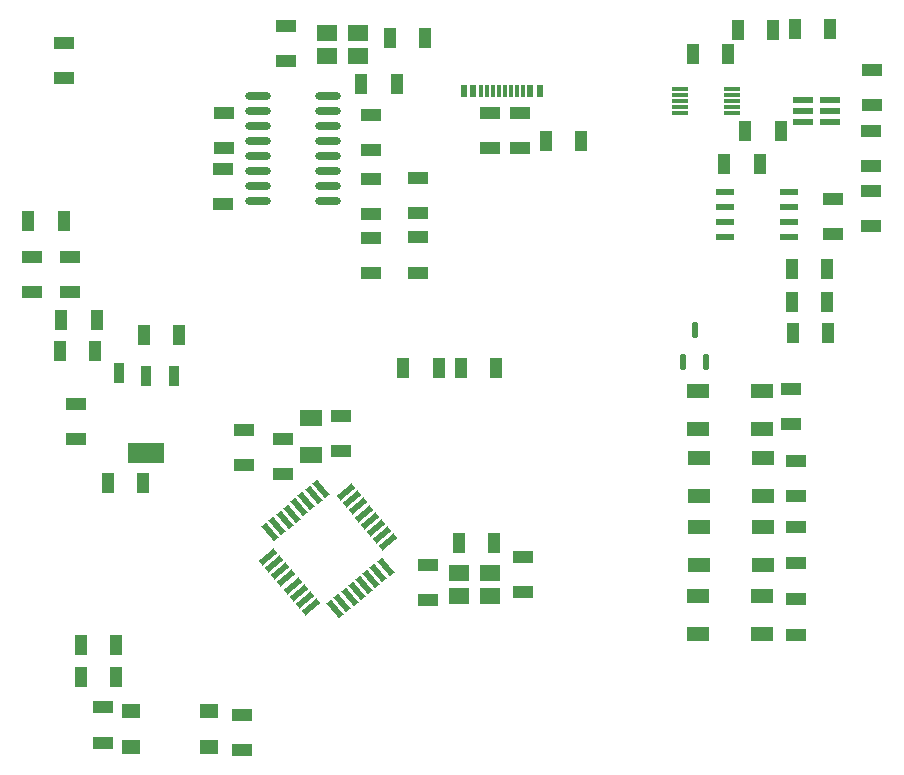
<source format=gtp>
G04*
G04 #@! TF.GenerationSoftware,Altium Limited,Altium Designer,24.2.2 (26)*
G04*
G04 Layer_Color=8421504*
%FSLAX44Y44*%
%MOMM*%
G71*
G04*
G04 #@! TF.SameCoordinates,C9C70787-D61E-4D50-BDF8-59307FDF8C79*
G04*
G04*
G04 #@! TF.FilePolarity,Positive*
G04*
G01*
G75*
%ADD22R,0.6000X1.1400*%
%ADD23R,0.3000X1.1400*%
%ADD24R,1.8034X1.1176*%
%ADD25R,1.1176X1.8034*%
%ADD26R,1.9000X1.2065*%
G04:AMPARAMS|DCode=27|XSize=0.508mm|YSize=1.65mm|CornerRadius=0mm|HoleSize=0mm|Usage=FLASHONLY|Rotation=40.000|XOffset=0mm|YOffset=0mm|HoleType=Round|Shape=Rectangle|*
%AMROTATEDRECTD27*
4,1,4,0.3357,-0.7953,-0.7249,0.4687,-0.3357,0.7953,0.7249,-0.4687,0.3357,-0.7953,0.0*
%
%ADD27ROTATEDRECTD27*%

G04:AMPARAMS|DCode=28|XSize=0.508mm|YSize=1.65mm|CornerRadius=0mm|HoleSize=0mm|Usage=FLASHONLY|Rotation=310.000|XOffset=0mm|YOffset=0mm|HoleType=Round|Shape=Rectangle|*
%AMROTATEDRECTD28*
4,1,4,-0.7953,-0.3357,0.4687,0.7249,0.7953,0.3357,-0.4687,-0.7249,-0.7953,-0.3357,0.0*
%
%ADD28ROTATEDRECTD28*%

%ADD29O,2.2000X0.6096*%
%ADD30R,1.5000X1.2000*%
%ADD31R,0.8382X1.7000*%
%ADD32R,3.0988X1.7000*%
%ADD33R,1.4500X0.3000*%
%ADD34R,1.4700X0.3000*%
G04:AMPARAMS|DCode=35|XSize=1.61mm|YSize=0.59mm|CornerRadius=0.0738mm|HoleSize=0mm|Usage=FLASHONLY|Rotation=0.000|XOffset=0mm|YOffset=0mm|HoleType=Round|Shape=RoundedRectangle|*
%AMROUNDEDRECTD35*
21,1,1.6100,0.4425,0,0,0.0*
21,1,1.4625,0.5900,0,0,0.0*
1,1,0.1475,0.7313,-0.2213*
1,1,0.1475,-0.7313,-0.2213*
1,1,0.1475,-0.7313,0.2213*
1,1,0.1475,0.7313,0.2213*
%
%ADD35ROUNDEDRECTD35*%
%ADD36R,1.8542X1.3716*%
%ADD37R,1.8000X1.4000*%
G04:AMPARAMS|DCode=38|XSize=1.35mm|YSize=0.59mm|CornerRadius=0.1475mm|HoleSize=0mm|Usage=FLASHONLY|Rotation=90.000|XOffset=0mm|YOffset=0mm|HoleType=Round|Shape=RoundedRectangle|*
%AMROUNDEDRECTD38*
21,1,1.3500,0.2950,0,0,90.0*
21,1,1.0550,0.5900,0,0,90.0*
1,1,0.2950,0.1475,0.5275*
1,1,0.2950,0.1475,-0.5275*
1,1,0.2950,-0.1475,-0.5275*
1,1,0.2950,-0.1475,0.5275*
%
%ADD38ROUNDEDRECTD38*%
%ADD39R,1.5500X0.6000*%
D22*
X457450Y611630D02*
D03*
X449450D02*
D03*
X401450D02*
D03*
X393450D02*
D03*
D23*
X427950D02*
D03*
X432950D02*
D03*
X437950D02*
D03*
X442950D02*
D03*
X422950D02*
D03*
X417950D02*
D03*
X412950D02*
D03*
X407950D02*
D03*
D24*
X440690Y562864D02*
D03*
Y592836D02*
D03*
X415290D02*
D03*
Y562864D02*
D03*
X205740Y53594D02*
D03*
Y83566D02*
D03*
X670560Y329184D02*
D03*
Y359156D02*
D03*
X674370Y268224D02*
D03*
Y298196D02*
D03*
Y212090D02*
D03*
Y242062D02*
D03*
Y151130D02*
D03*
Y181102D02*
D03*
X363220Y180594D02*
D03*
Y210566D02*
D03*
X443230Y216916D02*
D03*
Y186944D02*
D03*
X207010Y294894D02*
D03*
Y324866D02*
D03*
X240030Y317246D02*
D03*
Y287274D02*
D03*
X242570Y666496D02*
D03*
Y636524D02*
D03*
X314960Y561594D02*
D03*
Y591566D02*
D03*
X190500Y562864D02*
D03*
Y592836D02*
D03*
X189230Y515874D02*
D03*
Y545846D02*
D03*
X27940Y440944D02*
D03*
Y470916D02*
D03*
X314706Y507238D02*
D03*
Y537210D02*
D03*
X354584Y508000D02*
D03*
Y537972D02*
D03*
X87630Y59690D02*
D03*
Y89662D02*
D03*
X354330Y457708D02*
D03*
Y487680D02*
D03*
X314706Y457454D02*
D03*
Y487426D02*
D03*
X59690Y470916D02*
D03*
Y440944D02*
D03*
X737870Y496824D02*
D03*
Y526796D02*
D03*
X289560Y336296D02*
D03*
Y306324D02*
D03*
X64770Y316484D02*
D03*
Y346456D02*
D03*
X739140Y599694D02*
D03*
Y629666D02*
D03*
X706120Y520446D02*
D03*
Y490474D02*
D03*
X737870Y577596D02*
D03*
Y547624D02*
D03*
X54610Y622554D02*
D03*
Y652526D02*
D03*
D25*
X492506Y568960D02*
D03*
X462534D02*
D03*
X52324Y417830D02*
D03*
X82296D02*
D03*
X330454Y656590D02*
D03*
X360426D02*
D03*
X54356Y501650D02*
D03*
X24384D02*
D03*
X51054Y391160D02*
D03*
X81026D02*
D03*
X418846Y228600D02*
D03*
X388874D02*
D03*
X152146Y405130D02*
D03*
X122174D02*
D03*
X341884Y377190D02*
D03*
X371856D02*
D03*
X306324Y617220D02*
D03*
X336296D02*
D03*
X390652Y377190D02*
D03*
X420624D02*
D03*
X655066Y662940D02*
D03*
X625094D02*
D03*
X121666Y279400D02*
D03*
X91694D02*
D03*
X661416Y577850D02*
D03*
X631444D02*
D03*
X643636Y549910D02*
D03*
X613664D02*
D03*
X68834Y142240D02*
D03*
X98806D02*
D03*
X68834Y115570D02*
D03*
X98806D02*
D03*
X616966Y642620D02*
D03*
X586994D02*
D03*
X671830Y406400D02*
D03*
X701802D02*
D03*
X670814Y461010D02*
D03*
X700786D02*
D03*
X671068Y433070D02*
D03*
X701040D02*
D03*
X673354Y664210D02*
D03*
X703326D02*
D03*
D26*
X646760Y242189D02*
D03*
X592760D02*
D03*
X646760Y209931D02*
D03*
X592760D02*
D03*
X645490Y357759D02*
D03*
X591490D02*
D03*
X645490Y325501D02*
D03*
X591490D02*
D03*
X646760Y300609D02*
D03*
X592760D02*
D03*
X646760Y268351D02*
D03*
X592760D02*
D03*
X645490Y183769D02*
D03*
X591490D02*
D03*
X645490Y151511D02*
D03*
X591490D02*
D03*
D27*
X284238Y172774D02*
D03*
X290270Y177835D02*
D03*
X296496Y183060D02*
D03*
X302528Y188121D02*
D03*
X308754Y193346D02*
D03*
X314786Y198407D02*
D03*
X321013Y203631D02*
D03*
X327045Y208693D02*
D03*
X272022Y274266D02*
D03*
X265990Y269205D02*
D03*
X259764Y263980D02*
D03*
X253732Y258919D02*
D03*
X247506Y253694D02*
D03*
X241474Y248633D02*
D03*
X235247Y243409D02*
D03*
X229215Y238347D02*
D03*
D28*
X329191Y229253D02*
D03*
X324130Y235284D02*
D03*
X318905Y241511D02*
D03*
X313844Y247543D02*
D03*
X308619Y253769D02*
D03*
X303558Y259801D02*
D03*
X298334Y266027D02*
D03*
X293272Y272059D02*
D03*
X227699Y217036D02*
D03*
X232760Y211005D02*
D03*
X237985Y204778D02*
D03*
X243046Y198746D02*
D03*
X248271Y192520D02*
D03*
X253332Y186488D02*
D03*
X258557Y180262D02*
D03*
X263618Y174230D02*
D03*
D29*
X219202Y518160D02*
D03*
Y530860D02*
D03*
Y543560D02*
D03*
Y556260D02*
D03*
Y568960D02*
D03*
Y581660D02*
D03*
Y594360D02*
D03*
Y607060D02*
D03*
X278638D02*
D03*
Y594360D02*
D03*
Y581660D02*
D03*
Y568960D02*
D03*
Y556260D02*
D03*
Y543560D02*
D03*
Y530860D02*
D03*
Y518160D02*
D03*
D30*
X177392Y86278D02*
D03*
X111392Y56278D02*
D03*
Y86278D02*
D03*
X177392Y56278D02*
D03*
D31*
X101346Y372820D02*
D03*
X124460Y370320D02*
D03*
X147574D02*
D03*
D32*
X124460Y305320D02*
D03*
D33*
X576170Y613250D02*
D03*
D34*
Y608250D02*
D03*
Y603250D02*
D03*
Y598250D02*
D03*
Y593250D02*
D03*
X620170D02*
D03*
Y598250D02*
D03*
Y603250D02*
D03*
Y608250D02*
D03*
Y613250D02*
D03*
D35*
X680700Y584860D02*
D03*
Y594360D02*
D03*
Y603860D02*
D03*
X703600D02*
D03*
Y594360D02*
D03*
Y584860D02*
D03*
D36*
X264160Y334391D02*
D03*
Y303149D02*
D03*
D37*
X415790Y203240D02*
D03*
X389390Y183840D02*
D03*
X415790D02*
D03*
X389390Y203240D02*
D03*
X277630Y641310D02*
D03*
X304030Y660710D02*
D03*
X277630D02*
D03*
X304030Y641310D02*
D03*
D38*
X598120Y382270D02*
D03*
X588620Y408870D02*
D03*
X579120Y382270D02*
D03*
D39*
X668350Y487680D02*
D03*
Y500380D02*
D03*
Y513080D02*
D03*
Y525780D02*
D03*
X614350Y487680D02*
D03*
Y500380D02*
D03*
Y513080D02*
D03*
Y525780D02*
D03*
M02*

</source>
